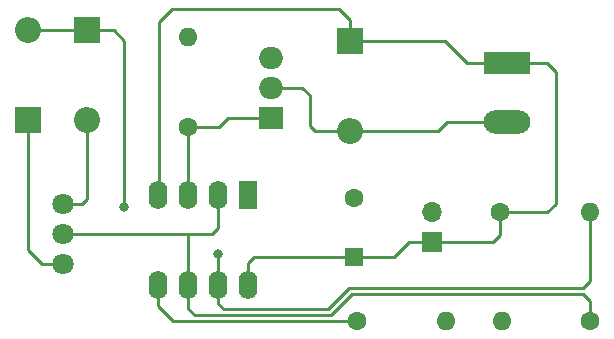
<source format=gbr>
%TF.GenerationSoftware,KiCad,Pcbnew,7.0.8-1.fc38*%
%TF.CreationDate,2023-12-28T13:03:44+02:00*%
%TF.ProjectId,MotorSpeedControl,4d6f746f-7253-4706-9565-64436f6e7472,rev?*%
%TF.SameCoordinates,Original*%
%TF.FileFunction,Copper,L1,Top*%
%TF.FilePolarity,Positive*%
%FSLAX46Y46*%
G04 Gerber Fmt 4.6, Leading zero omitted, Abs format (unit mm)*
G04 Created by KiCad (PCBNEW 7.0.8-1.fc38) date 2023-12-28 13:03:44*
%MOMM*%
%LPD*%
G01*
G04 APERTURE LIST*
%TA.AperFunction,ComponentPad*%
%ADD10O,2.000000X1.905000*%
%TD*%
%TA.AperFunction,ComponentPad*%
%ADD11R,2.000000X1.905000*%
%TD*%
%TA.AperFunction,ComponentPad*%
%ADD12R,1.700000X1.700000*%
%TD*%
%TA.AperFunction,ComponentPad*%
%ADD13O,1.700000X1.700000*%
%TD*%
%TA.AperFunction,ComponentPad*%
%ADD14C,1.600000*%
%TD*%
%TA.AperFunction,ComponentPad*%
%ADD15O,1.600000X1.600000*%
%TD*%
%TA.AperFunction,ComponentPad*%
%ADD16O,2.200000X2.200000*%
%TD*%
%TA.AperFunction,ComponentPad*%
%ADD17R,2.200000X2.200000*%
%TD*%
%TA.AperFunction,ComponentPad*%
%ADD18R,1.600000X1.600000*%
%TD*%
%TA.AperFunction,ComponentPad*%
%ADD19C,1.800000*%
%TD*%
%TA.AperFunction,ComponentPad*%
%ADD20R,1.600000X2.400000*%
%TD*%
%TA.AperFunction,ComponentPad*%
%ADD21O,1.600000X2.400000*%
%TD*%
%TA.AperFunction,ComponentPad*%
%ADD22R,3.960000X1.980000*%
%TD*%
%TA.AperFunction,ComponentPad*%
%ADD23O,3.960000X1.980000*%
%TD*%
%TA.AperFunction,ViaPad*%
%ADD24C,0.800000*%
%TD*%
%TA.AperFunction,Conductor*%
%ADD25C,0.250000*%
%TD*%
G04 APERTURE END LIST*
D10*
%TO.P,Q1,D,D*%
%TO.N,Net-(J1-Pin_2)*%
X171000000Y-89460000D03*
D11*
%TO.P,Q1,G,G*%
%TO.N,/Pulses*%
X171000000Y-92000000D03*
D10*
%TO.P,Q1,S,S*%
%TO.N,GND*%
X171000000Y-86920000D03*
%TD*%
D12*
%TO.P,J2,1,Pin_1*%
%TO.N,+5V*%
X184650000Y-102540000D03*
D13*
%TO.P,J2,2,Pin_2*%
%TO.N,GND*%
X184650000Y-100000000D03*
%TD*%
D14*
%TO.P,R2,1*%
%TO.N,/Pulses*%
X164000000Y-92810000D03*
D15*
%TO.P,R2,2*%
%TO.N,GND*%
X164000000Y-85190000D03*
%TD*%
D16*
%TO.P,D3,A,A*%
%TO.N,Net-(J1-Pin_2)*%
X177700000Y-93110000D03*
D17*
%TO.P,D3,K,K*%
%TO.N,+5V*%
X177700000Y-85490000D03*
%TD*%
D16*
%TO.P,D1,A,A*%
%TO.N,Net-(D1-PadA)*%
X155400000Y-92210000D03*
D17*
%TO.P,D1,K,K*%
%TO.N,Net-(U1-DIS)*%
X155400000Y-84590000D03*
%TD*%
D14*
%TO.P,C2,1*%
%TO.N,Net-(U1-CV)*%
X178300000Y-109250000D03*
D15*
%TO.P,C2,2*%
%TO.N,GND*%
X185800000Y-109250000D03*
%TD*%
D18*
%TO.P,C3,1*%
%TO.N,+5V*%
X178000000Y-103800000D03*
D14*
%TO.P,C3,2*%
%TO.N,GND*%
X178000000Y-98800000D03*
%TD*%
D16*
%TO.P,D2,A,A*%
%TO.N,Net-(U1-DIS)*%
X150400000Y-84590000D03*
D17*
%TO.P,D2,K,K*%
%TO.N,Net-(D2-PadK)*%
X150400000Y-92210000D03*
%TD*%
D14*
%TO.P,R1,1*%
%TO.N,+5V*%
X190390000Y-100000000D03*
D15*
%TO.P,R1,2*%
%TO.N,Net-(U1-DIS)*%
X198010000Y-100000000D03*
%TD*%
D19*
%TO.P,RV1,1,1*%
%TO.N,Net-(D1-PadA)*%
X153400000Y-99320000D03*
%TO.P,RV1,2,2*%
%TO.N,Net-(U1-THR)*%
X153400000Y-101860000D03*
%TO.P,RV1,3,3*%
%TO.N,Net-(D2-PadK)*%
X153400000Y-104400000D03*
%TD*%
D14*
%TO.P,C1,1*%
%TO.N,Net-(U1-THR)*%
X198030000Y-109250000D03*
D15*
%TO.P,C1,2*%
%TO.N,GND*%
X190530000Y-109250000D03*
%TD*%
D20*
%TO.P,U1,1,GND*%
%TO.N,GND*%
X169100000Y-98575000D03*
D21*
%TO.P,U1,2,TR*%
%TO.N,Net-(U1-THR)*%
X166560000Y-98575000D03*
%TO.P,U1,3,Q*%
%TO.N,/Pulses*%
X164020000Y-98575000D03*
%TO.P,U1,4,R*%
%TO.N,+5V*%
X161480000Y-98575000D03*
%TO.P,U1,5,CV*%
%TO.N,Net-(U1-CV)*%
X161480000Y-106195000D03*
%TO.P,U1,6,THR*%
%TO.N,Net-(U1-THR)*%
X164020000Y-106195000D03*
%TO.P,U1,7,DIS*%
%TO.N,Net-(U1-DIS)*%
X166560000Y-106195000D03*
%TO.P,U1,8,VCC*%
%TO.N,+5V*%
X169100000Y-106195000D03*
%TD*%
D22*
%TO.P,J1,1,Pin_1*%
%TO.N,+5V*%
X191000000Y-87335000D03*
D23*
%TO.P,J1,2,Pin_2*%
%TO.N,Net-(J1-Pin_2)*%
X191000000Y-92335000D03*
%TD*%
D24*
%TO.N,Net-(U1-DIS)*%
X166550000Y-103550000D03*
X158600000Y-99600000D03*
%TD*%
D25*
%TO.N,Net-(U1-THR)*%
X164020000Y-101860000D02*
X164020000Y-106195000D01*
X164550000Y-108700000D02*
X164020000Y-108170000D01*
X166015000Y-101860000D02*
X164020000Y-101860000D01*
X166560000Y-101315000D02*
X166015000Y-101860000D01*
X176100000Y-108700000D02*
X164550000Y-108700000D01*
X164020000Y-108170000D02*
X164020000Y-106195000D01*
X164020000Y-106195000D02*
X163800000Y-105975000D01*
X166560000Y-98575000D02*
X166560000Y-101315000D01*
X197400000Y-106900000D02*
X177900000Y-106900000D01*
X198030000Y-107530000D02*
X197400000Y-106900000D01*
X177900000Y-106900000D02*
X176100000Y-108700000D01*
X198030000Y-109250000D02*
X198030000Y-107530000D01*
X164020000Y-101948198D02*
X164020000Y-106195000D01*
X153400000Y-101860000D02*
X164020000Y-101860000D01*
%TO.N,GND*%
X170880000Y-86800000D02*
X171000000Y-86920000D01*
%TO.N,Net-(U1-CV)*%
X161480000Y-107980000D02*
X162750000Y-109250000D01*
X161480000Y-106195000D02*
X161480000Y-107980000D01*
X177800000Y-109250000D02*
X178250000Y-108800000D01*
X178300000Y-109250000D02*
X162750000Y-109250000D01*
%TO.N,+5V*%
X185740000Y-85490000D02*
X187585000Y-87335000D01*
X177700000Y-83700000D02*
X176800000Y-82800000D01*
X161500000Y-98555000D02*
X161480000Y-98575000D01*
X184650000Y-102540000D02*
X182660000Y-102540000D01*
X176800000Y-82800000D02*
X162600000Y-82800000D01*
X190390000Y-100000000D02*
X194400000Y-100000000D01*
X177700000Y-85490000D02*
X177700000Y-83700000D01*
X195100000Y-88100000D02*
X194335000Y-87335000D01*
X161500000Y-83900000D02*
X161500000Y-98555000D01*
X162600000Y-82800000D02*
X161500000Y-83900000D01*
X169100000Y-104270000D02*
X169570000Y-103800000D01*
X169570000Y-103800000D02*
X178000000Y-103800000D01*
X195100000Y-99300000D02*
X195100000Y-88100000D01*
X194335000Y-87335000D02*
X191000000Y-87335000D01*
X190390000Y-101910000D02*
X189760000Y-102540000D01*
X177700000Y-85490000D02*
X185740000Y-85490000D01*
X181400000Y-103800000D02*
X178000000Y-103800000D01*
X189760000Y-102540000D02*
X184650000Y-102540000D01*
X194400000Y-100000000D02*
X195100000Y-99300000D01*
X169100000Y-106195000D02*
X169100000Y-104270000D01*
X187585000Y-87335000D02*
X191000000Y-87335000D01*
X190390000Y-100000000D02*
X190390000Y-101910000D01*
X182660000Y-102540000D02*
X181400000Y-103800000D01*
%TO.N,Net-(D1-PadA)*%
X153400000Y-99320000D02*
X154980000Y-99320000D01*
X154980000Y-99320000D02*
X155400000Y-98900000D01*
X155400000Y-92210000D02*
X155400000Y-98900000D01*
%TO.N,Net-(U1-DIS)*%
X158600000Y-85500000D02*
X158600000Y-99600000D01*
X157690000Y-84590000D02*
X158600000Y-85500000D01*
X155400000Y-84590000D02*
X157690000Y-84590000D01*
X167000000Y-108200000D02*
X175800000Y-108200000D01*
X175800000Y-108200000D02*
X177600000Y-106400000D01*
X166560000Y-106195000D02*
X166560000Y-103560000D01*
X198010000Y-105790000D02*
X198010000Y-100000000D01*
X166560000Y-106195000D02*
X166560000Y-107760000D01*
X166560000Y-103560000D02*
X166550000Y-103550000D01*
X177600000Y-106400000D02*
X197400000Y-106400000D01*
X150400000Y-84590000D02*
X155400000Y-84590000D01*
X166560000Y-107760000D02*
X167000000Y-108200000D01*
X197400000Y-106400000D02*
X198010000Y-105790000D01*
%TO.N,Net-(D2-PadK)*%
X151600000Y-104400000D02*
X153400000Y-104400000D01*
X150400000Y-103200000D02*
X151600000Y-104400000D01*
X150400000Y-92210000D02*
X150400000Y-103200000D01*
%TO.N,Net-(J1-Pin_2)*%
X173660000Y-89460000D02*
X174300000Y-90100000D01*
X185915000Y-92335000D02*
X191000000Y-92335000D01*
X174300000Y-90100000D02*
X174300000Y-92700000D01*
X174710000Y-93110000D02*
X177700000Y-93110000D01*
X171000000Y-89460000D02*
X173660000Y-89460000D01*
X185140000Y-93110000D02*
X185915000Y-92335000D01*
X177700000Y-93110000D02*
X185140000Y-93110000D01*
X174300000Y-92700000D02*
X174710000Y-93110000D01*
%TO.N,/Pulses*%
X167400000Y-92000000D02*
X166590000Y-92810000D01*
X166590000Y-92810000D02*
X164000000Y-92810000D01*
X164020000Y-98575000D02*
X164020000Y-92830000D01*
X164020000Y-92830000D02*
X164000000Y-92810000D01*
X171000000Y-92000000D02*
X167400000Y-92000000D01*
%TD*%
M02*

</source>
